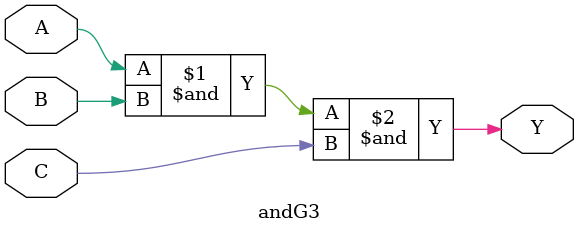
<source format=v>
`timescale 1ns / 1ps

module andG3(
      input A,B,C,
      output Y
    );
    and(Y,A,B,C);
endmodule


/* Behavioral level Modelling
module andG3(
       input A,B,C,
       output reg Y
       );
       always @(*) begin
             Y = A & B & C;
       end
 endmodule
*/

/*Data Flow Modelling
module andG3(
       input A,B,C,
       output Y
       );
       assign Y = A & B &C;
endmodule
*/

</source>
